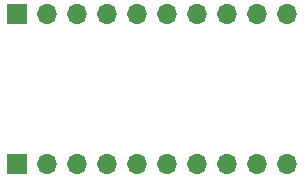
<source format=gbr>
G04 #@! TF.GenerationSoftware,KiCad,Pcbnew,(5.1.9-0-10_14)*
G04 #@! TF.CreationDate,2021-04-08T15:49:56-05:00*
G04 #@! TF.ProjectId,LED Helper,4c454420-4865-46c7-9065-722e6b696361,1*
G04 #@! TF.SameCoordinates,Original*
G04 #@! TF.FileFunction,Soldermask,Bot*
G04 #@! TF.FilePolarity,Negative*
%FSLAX46Y46*%
G04 Gerber Fmt 4.6, Leading zero omitted, Abs format (unit mm)*
G04 Created by KiCad (PCBNEW (5.1.9-0-10_14)) date 2021-04-08 15:49:56*
%MOMM*%
%LPD*%
G01*
G04 APERTURE LIST*
%ADD10R,1.700000X1.700000*%
%ADD11O,1.700000X1.700000*%
G04 APERTURE END LIST*
D10*
X124460000Y-78740000D03*
D11*
X127000000Y-78740000D03*
X129540000Y-78740000D03*
X132080000Y-78740000D03*
X134620000Y-78740000D03*
X137160000Y-78740000D03*
X139700000Y-78740000D03*
X142240000Y-78740000D03*
X144780000Y-78740000D03*
X147320000Y-78740000D03*
X147320000Y-91440000D03*
X144780000Y-91440000D03*
X142240000Y-91440000D03*
X139700000Y-91440000D03*
X137160000Y-91440000D03*
X134620000Y-91440000D03*
X132080000Y-91440000D03*
X129540000Y-91440000D03*
X127000000Y-91440000D03*
D10*
X124460000Y-91440000D03*
M02*

</source>
